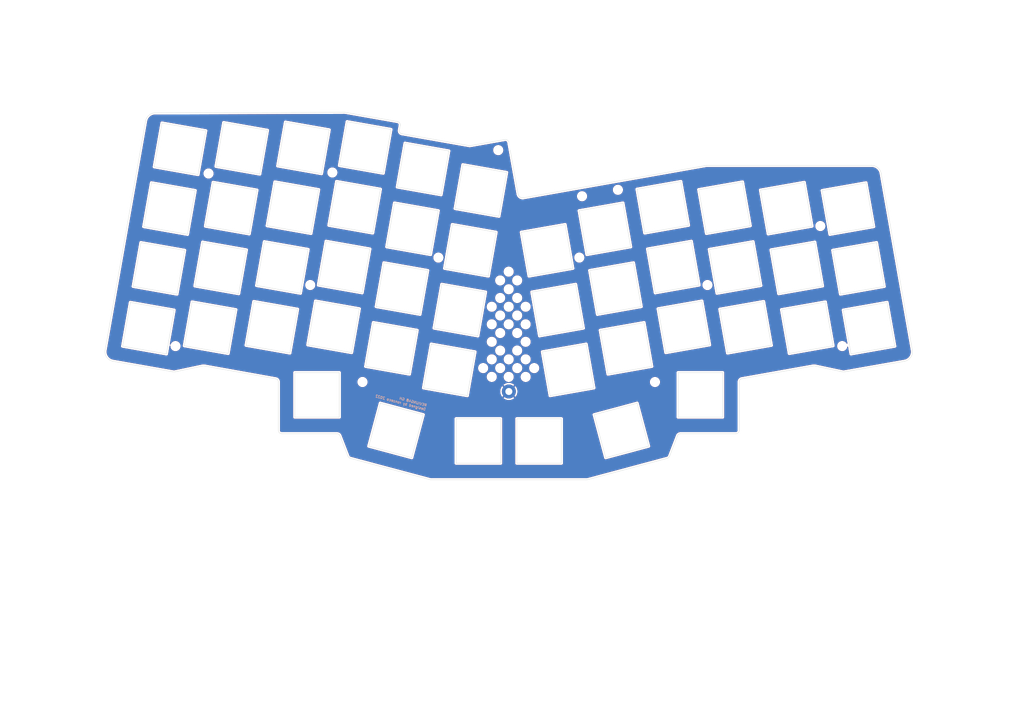
<source format=kicad_pcb>
(kicad_pcb (version 20211014) (generator pcbnew)
  (title_block (title "REVIUNG41 TOP PLATE") (date "2021-06-24") (rev "1.4"))
  (layers (0 "F.Cu" signal) (31 "B.Cu" signal) (34 "B.Paste" user) (35 "F.Paste" user) (36 "B.SilkS" user "B.Silkscreen") (37 "F.SilkS" user "F.Silkscreen") (38 "B.Mask" user) (39 "F.Mask" user) (44 "Edge.Cuts" user))
  (net 0 "")
  (net 1 "GND")
  (footprint "MountingHole:MountingHole_2.2mm_M2_Pad" (layer "F.Cu") (at 144.905629 118.30369)
    (fp_text reference "H1" hide)
    (fp_text value "MountingHole_Pad" hide)
    (pad "1" thru_hole circle locked (at 0 0) (size 4.4 4.4) (drill 2.2) (layers *.Cu *.Mask) (net 1 "GND"))
  )
  (footprint "MountingHole:MountingHole_2.2mm_M2" (layer "F.Cu") (at 50.67528 49.903573)
    (fp_text reference "H11" hide)
    (fp_text value "MountingHole_2.2mm_M2" hide)
    (pad "" np_thru_hole circle locked (at 0 0) (size 2.2 2.2) (drill 2.2) (layers *.Cu *.Mask))
  )
  (footprint "MountingHole:MountingHole_2.2mm_M2" (layer "F.Cu") (at 40.305629 104.05369)
    (fp_text reference "H2" hide)
    (fp_text value "MountingHole_2.2mm_M2" hide)
    (pad "" np_thru_hole circle locked (at 0 0) (size 2.2 2.2) (drill 2.2) (layers *.Cu *.Mask))
  )
  (footprint "MountingHole:MountingHole_2.2mm_M2" (layer "F.Cu") (at 82.58563 84.89369)
    (fp_text reference "H3" hide)
    (fp_text value "MountingHole_2.2mm_M2" hide)
    (pad "" np_thru_hole circle locked (at 0 0) (size 2.2 2.2) (drill 2.2) (layers *.Cu *.Mask))
  )
  (footprint "MountingHole:MountingHole_2.2mm_M2" (layer "F.Cu") (at 122.795629 76.293689)
    (fp_text reference "H4" hide)
    (fp_text value "MountingHole_2.2mm_M2" hide)
    (pad "" np_thru_hole circle locked (at 0 0) (size 2.2 2.2) (drill 2.2) (layers *.Cu *.Mask))
  )
  (footprint "MountingHole:MountingHole_2.2mm_M2" (layer "F.Cu") (at 98.985629 115.32369)
    (fp_text reference "H5" hide)
    (fp_text value "MountingHole_2.2mm_M2" hide)
    (pad "" np_thru_hole circle locked (at 0 0) (size 2.2 2.2) (drill 2.2) (layers *.Cu *.Mask))
  )
  (footprint "MountingHole:MountingHole_2.2mm_M2" (layer "F.Cu") (at 167.015629 76.28369)
    (fp_text reference "H6" hide)
    (fp_text value "MountingHole_2.2mm_M2" hide)
    (pad "" np_thru_hole circle locked (at 0 0) (size 2.2 2.2) (drill 2.2) (layers *.Cu *.Mask))
  )
  (footprint "MountingHole:MountingHole_2.2mm_M2" (layer "F.Cu") (at 190.755629 115.33369)
    (fp_text reference "H7" hide)
    (fp_text value "MountingHole_2.2mm_M2" hide)
    (pad "" np_thru_hole circle locked (at 0 0) (size 2.2 2.2) (drill 2.2) (layers *.Cu *.Mask))
  )
  (footprint "MountingHole:MountingHole_2.2mm_M2" (layer "F.Cu") (at 207.225629 84.893689)
    (fp_text reference "H8" hide)
    (fp_text value "MountingHole_2.2mm_M2" hide)
    (pad "" np_thru_hole circle locked (at 0 0) (size 2.2 2.2) (drill 2.2) (layers *.Cu *.Mask))
  )
  (footprint "MountingHole:MountingHole_2.2mm_M2" (layer "F.Cu") (at 242.645629 66.383689)
    (fp_text reference "H9" hide)
    (fp_text value "MountingHole_2.2mm_M2" hide)
    (pad "" np_thru_hole circle locked (at 0 0) (size 2.2 2.2) (drill 2.2) (layers *.Cu *.Mask))
  )
  (footprint "MountingHole:MountingHole_2.2mm_M2" (layer "F.Cu") (at 249.505629 104.05369)
    (fp_text reference "H10" hide)
    (fp_text value "MountingHole_2.2mm_M2" hide)
    (pad "" np_thru_hole circle locked (at 0 0) (size 2.2 2.2) (drill 2.2) (layers *.Cu *.Mask))
  )
  (footprint "_reviung-kbd:HOLE_2.2mm" (layer "F.Cu") (at 144.855629 80.70369)
    (fp_text reference "Ref**")
    (fp_text value "Val**")
    (pad "" np_thru_hole circle locked (at 0 0) (size 2.2 2.2) (drill 2.2) (layers *.Cu *.Mask))
  )
  (footprint "_reviung-kbd:HOLE_2.2mm" (layer "F.Cu") (at 142.185629 83.45369)
    (fp_text reference "Ref**")
    (fp_text value "Val**")
    (pad "" np_thru_hole circle locked (at 0 0) (size 2.2 2.2) (drill 2.2) (layers *.Cu *.Mask))
  )
  (footprint "_reviung-kbd:HOLE_2.2mm" (layer "F.Cu") (at 147.52563 83.453689)
    (fp_text reference "Ref**")
    (fp_text value "Val**")
    (pad "" np_thru_hole circle locked (at 0 0) (size 2.2 2.2) (drill 2.2) (layers *.Cu *.Mask))
  )
  (footprint "_reviung-kbd:HOLE_2.2mm" (layer "F.Cu") (at 144.865629 86.21369)
    (fp_text reference "Ref**")
    (fp_text value "Val**")
    (pad "" np_thru_hole circle locked (at 0 0) (size 2.2 2.2) (drill 2.2) (layers *.Cu *.Mask))
  )
  (footprint "_reviung-kbd:HOLE_2.2mm" (layer "F.Cu") (at 142.185629 88.953689)
    (fp_text reference "Ref**")
    (fp_text value "Val**")
    (pad "" np_thru_hole circle locked (at 0 0) (size 2.2 2.2) (drill 2.2) (layers *.Cu *.Mask))
  )
  (footprint "_reviung-kbd:HOLE_2.2mm" (layer "F.Cu") (at 147.525629 88.95369)
    (fp_text reference "Ref**")
    (fp_text value "Val**")
    (pad "" np_thru_hole circle locked (at 0 0) (size 2.2 2.2) (drill 2.2) (layers *.Cu *.Mask))
  )
  (footprint "_reviung-kbd:HOLE_2.2mm" (layer "F.Cu") (at 139.545629 91.71369)
    (fp_text reference "Ref**")
    (fp_text value "Val**")
    (pad "" np_thru_hole circle locked (at 0 0) (size 2.2 2.2) (drill 2.2) (layers *.Cu *.Mask))
  )
  (footprint "_reviung-kbd:HOLE_2.2mm" (layer "F.Cu") (at 144.865629 91.71369)
    (fp_text reference "Ref**")
    (fp_text value "Val**")
    (pad "" np_thru_hole circle locked (at 0 0) (size 2.2 2.2) (drill 2.2) (layers *.Cu *.Mask))
  )
  (footprint "_reviung-kbd:HOLE_2.2mm" (layer "F.Cu") (at 150.175629 91.71369)
    (fp_text reference "Ref**")
    (fp_text value "Val**")
    (pad "" np_thru_hole circle locked (at 0 0) (size 2.2 2.2) (drill 2.2) (layers *.Cu *.Mask))
  )
  (footprint "_reviung-kbd:HOLE_2.2mm" (layer "F.Cu") (at 142.185629 94.45369)
    (fp_text reference "Ref**")
    (fp_text value "Val**")
    (pad "" np_thru_hole circle locked (at 0 0) (size 2.2 2.2) (drill 2.2) (layers *.Cu *.Mask))
  )
  (footprint "_reviung-kbd:HOLE_2.2mm" (layer "F.Cu") (at 147.525629 94.45369)
    (fp_text reference "Ref**")
    (fp_text value "Val**")
    (pad "" np_thru_hole circle locked (at 0 0) (size 2.2 2.2) (drill 2.2) (layers *.Cu *.Mask))
  )
  (footprint "_reviung-kbd:HOLE_2.2mm" (layer "F.Cu") (at 139.545629 97.21369)
    (fp_text reference "Ref**")
    (fp_text value "Val**")
    (pad "" np_thru_hole circle locked (at 0 0) (size 2.2 2.2) (drill 2.2) (layers *.Cu *.Mask))
  )
  (footprint "_reviung-kbd:HOLE_2.2mm" (layer "F.Cu") (at 144.855629 97.21369)
    (fp_text reference "Ref**")
    (fp_text value "Val**")
    (pad "" np_thru_hole circle locked (at 0 0) (size 2.2 2.2) (drill 2.2) (layers *.Cu *.Mask))
  )
  (footprint "_reviung-kbd:HOLE_2.2mm" (layer "F.Cu") (at 150.175629 97.213689)
    (fp_text reference "Ref**")
    (fp_text value "Val**")
    (pad "" np_thru_hole circle locked (at 0 0) (size 2.2 2.2) (drill 2.2) (layers *.Cu *.Mask))
  )
  (footprint "_reviung-kbd:HOLE_2.2mm" (layer "F.Cu") (at 142.195629 99.95369)
    (fp_text reference "Ref**")
    (fp_text value "Val**")
    (pad "" np_thru_hole circle locked (at 0 0) (size 2.2 2.2) (drill 2.2) (layers *.Cu *.Mask))
  )
  (footprint "_reviung-kbd:HOLE_2.2mm" (layer "F.Cu") (at 147.52563 99.95369)
    (fp_text reference "Ref**")
    (fp_text value "Val**")
    (pad "" np_thru_hole circle locked (at 0 0) (size 2.2 2.2) (drill 2.2) (layers *.Cu *.Mask))
  )
  (footprint "_reviung-kbd:HOLE_2.2mm" (layer "F.Cu") (at 139.545629 102.71369)
    (fp_text reference "Ref**")
    (fp_text value "Val**")
    (pad "" np_thru_hole circle locked (at 0 0) (size 2.2 2.2) (drill 2.2) (layers *.Cu *.Mask))
  )
  (footprint "_reviung-kbd:HOLE_2.2mm" (layer "F.Cu") (at 150.175629 102.71369)
    (fp_text reference "Ref**")
    (fp_text value "Val**")
    (pad "" np_thru_hole circle locked (at 0 0) (size 2.2 2.2) (drill 2.2) (layers *.Cu *.Mask))
  )
  (footprint "_reviung-kbd:HOLE_2.2mm" (layer "F.Cu") (at 142.18563 105.46369)
    (fp_text reference "Ref**")
    (fp_text value "Val**")
    (pad "" np_thru_hole circle locked (at 0 0) (size 2.2 2.2) (drill 2.2) (layers *.Cu *.Mask))
  )
  (footprint "_reviung-kbd:HOLE_2.2mm" (layer "F.Cu") (at 147.52563 105.45369)
    (fp_text reference "Ref**")
    (fp_text value "Val**")
    (pad "" np_thru_hole circle locked (at 0 0) (size 2.2 2.2) (drill 2.2) (layers *.Cu *.Mask))
  )
  (footprint "_reviung-kbd:HOLE_2.2mm" (layer "F.Cu") (at 139.545629 108.21369)
    (fp_text reference "Ref**")
    (fp_text value "Val**")
    (pad "" np_thru_hole circle locked (at 0 0) (size 2.2 2.2) (drill 2.2) (layers *.Cu *.Mask))
  )
  (footprint "_reviung-kbd:HOLE_2.2mm" (layer "F.Cu") (at 144.865629 108.21369)
    (fp_text reference "Ref**")
    (fp_text value "Val**")
    (pad "" np_thru_hole circle locked (at 0 0) (size 2.2 2.2) (drill 2.2) (layers *.Cu *.Mask))
  )
  (footprint "_reviung-kbd:HOLE_2.2mm" (layer "F.Cu") (at 150.185629 108.21369)
    (fp_text reference "Ref**")
    (fp_text value "Val**")
    (pad "" np_thru_hole circle locked (at 0 0) (size 2.2 2.2) (drill 2.2) (layers *.Cu *.Mask))
  )
  (footprint "_reviung-kbd:HOLE_2.2mm" (layer "F.Cu") (at 136.845629 110.96369)
    (fp_text reference "Ref**")
    (fp_text value "Val**")
    (pad "" np_thru_hole circle locked (at 0 0) (size 2.2 2.2) (drill 2.2) (layers *.Cu *.Mask))
  )
  (footprint "_reviung-kbd:HOLE_2.2mm" (layer "F.Cu") (at 142.185629 110.96369)
    (fp_text reference "Ref**")
    (fp_text value "Val**")
    (pad "" np_thru_hole circle locked (at 0 0) (size 2.2 2.2) (drill 2.2) (layers *.Cu *.Mask))
  )
  (footprint "_reviung-kbd:HOLE_2.2mm" (layer "F.Cu") (at 147.535629 110.96369)
    (fp_text reference "Ref**")
    (fp_text value "Val**")
    (pad "" np_thru_hole circle locked (at 0 0) (size 2.2 2.2) (drill 2.2) (layers *.Cu *.Mask))
  )
  (footprint "_reviung-kbd:HOLE_2.2mm" (layer "F.Cu") (at 152.855629 110.96369)
    (fp_text reference "Ref**")
    (fp_text value "Val**")
    (pad "" np_thru_hole circle locked (at 0 0) (size 2.2 2.2) (drill 2.2) (layers *.Cu *.Mask))
  )
  (footprint "_reviung-kbd:HOLE_2.2mm" (layer "F.Cu") (at 150.185629 113.72369)
    (fp_text reference "Ref**")
    (fp_text value "Val**")
    (pad "" np_thru_hole circle locked (at 0 0) (size 2.2 2.2) (drill 2.2) (layers *.Cu *.Mask))
  )
  (footprint "_reviung-kbd:HOLE_2.2mm" (layer "F.Cu") (at 144.855629 113.72369)
    (fp_text reference "Ref**")
    (fp_text value "Val**")
    (pad "" np_thru_hole circle locked (at 0 0) (size 2.2 2.2) (drill 2.2) (layers *.Cu *.Mask))
  )
  (footprint "_reviung-kbd:HOLE_2.2mm" (layer "F.Cu") (at 139.54563 113.713689)
    (fp_text reference "Ref**")
    (fp_text value "Val**")
    (pad "" np_thru_hole circle locked (at 0 0) (size 2.2 2.2) (drill 2.2) (layers *.Cu *.Mask))
  )
  (footprint "MountingHole:MountingHole_2.2mm_M2" (layer "F.Cu") (at 89.525576 49.587417)
    (fp_text reference "H4" hide)
    (fp_text value "MountingHole_2.2mm_M2" hide)
    (pad "" np_thru_hole circle locked (at 0 0) (size 2.2 2.2) (drill 2.2) (layers F&B.Cu *.Mask))
  )
  (footprint "_reviung-kbd:HOLE_2.2mm" (layer "B.Cu") (at 167.876449 57.031938 180)
    (fp_text reference "H13" hide)
    (fp_text value "H13" hide)
    (pad "" np_thru_hole circle locked (at 0 0 180) (size 2.2 2.2) (drill 2.2) (layers F&B.Cu *.Mask))
  )
  (footprint "_reviung-kbd:HOLE_2.2mm" (layer "B.Cu") (at 141.576449 42.571938 180)
    (fp_text reference "H14" hide)
    (fp_text value "H14" hide)
    (pad "" np_thru_hole circle locked (at 0 0 180) (size 2.2 2.2) (drill 2.2) (layers F&B.Cu *.Mask))
  )
  (footprint "_reviung-kbd:HOLE_2.2mm" (layer "B.Cu") (at 179.126449 55.021938 180)
    (fp_text reference "H12" hide)
    (fp_text value "H12" hide)
    (pad "" np_thru_hole circle locked (at 0 0 180) (size 2.2 2.2) (drill 2.2) (layers F&B.Cu *.Mask))
  )
  (footprint "_reviung-kbd:HOLE_2.2mm" (layer "B.Cu") (at 141.576449 42.571938 180)
    (fp_text reference "H14" hide)
    (fp_text value "H14" hide)
    (pad "" np_thru_hole circle locked (at 0 0 180) (size 2.2 2.2) (drill 2.2) (layers F&B.Cu *.Mask))
  )
  (gr_curve (pts (xy 175.277882 139.093691) (xy 175.277882 139.093691) (xy 171.654417 125.570722) (xy 171.654417 125.570722)) (layer "Edge.Cuts") (width 0.1))
  (gr_curve (pts (xy 104.632044 54.809904) (xy 104.632044 54.809904) (xy 102.200969 68.597219) (xy 102.200969 68.597219)) (layer "Edge.Cuts") (width 0.1))
  (gr_curve (pts (xy 69.045305 66.304982) (xy 69.045305 66.304982) (xy 71.47638 52.517666) (xy 71.47638 52.517666)) (layer "Edge.Cuts") (width 0.1))
  (gr_curve (pts (xy 126.092874 42.804136) (xy 126.092874 42.804136) (xy 123.661799 56.591451) (xy 123.661799 56.591451)) (layer "Edge.Cuts") (width 0.1))
  (gr_curve (pts (xy 197.814191 132.170706) (xy 197.963319 131.785675) (xy 198.333775 131.531879) (xy 198.746692 131.531879)) (layer "Edge.Cuts") (width 0.1))
  (gr_curve (pts (xy 82.83262 68.736055) (xy 82.83262 68.736055) (xy 69.045305 66.304982) (xy 69.045305 66.304982)) (layer "Edge.Cuts") (width 0.1))
  (gr_curve (pts (xy 224.867512 90.039881) (xy 224.867512 90.039881) (xy 227.298587 103.827195) (xy 227.298587 103.827195)) (layer "Edge.Cuts") (width 0.1))
  (gr_curve (pts (xy 207.930239 103.688359) (xy 207.930239 103.688359) (xy 194.142924 106.119433) (xy 194.142924 106.119433)) (layer "Edge.Cuts") (width 0.1))
  (gr_curve (pts (xy 72.598814 115.28061) (xy 72.598814 115.28061) (xy 72.598814 130.531875) (xy 72.598814 130.531875)) (layer "Edge.Cuts") (width 0.1))
  (gr_curve (pts (xy 187.346332 96.655864) (xy 187.346332 96.655864) (xy 189.777406 110.443178) (xy 189.777406 110.443178)) (layer "Edge.Cuts") (width 0.1))
  (gr_curve (pts (xy 102.381578 96.65483) (xy 102.381578 96.65483) (xy 116.168894 99.085905) (xy 116.168894 99.085905)) (layer "Edge.Cuts") (width 0.1))
  (gr_curve (pts (xy 162.577538 65.889502) (xy 162.577538 65.889502) (xy 165.008612 79.676817) (xy 165.008612 79.676817)) (layer "Edge.Cuts") (width 0.1))
  (gr_line (start 217.98 114.28) (end 240.36 110.29) (layer "Edge.Cuts") (width 0.1))
  (gr_curve (pts (xy 134.321704 105.840725) (xy 134.321704 105.840725) (xy 131.890629 119.628019) (xy 131.890629 119.628019)) (layer "Edge.Cuts") (width 0.1))
  (gr_curve (pts (xy 74.784377 33.757078) (xy 74.784377 33.757078) (xy 88.571693 36.188153) (xy 88.571693 36.188153)) (layer "Edge.Cuts") (width 0.1))
  (gr_curve (pts (xy 100.928652 135.471496) (xy 100.928652 135.471496) (xy 104.552117 121.948526) (xy 104.552117 121.948526)) (layer "Edge.Cuts") (width 0.1))
  (gr_line (start 111.341858 37.452191) (end 132.626239 41.2045) (layer "Edge.Cuts") (width 0.1))
  (gr_curve (pts (xy 183.161423 72.921998) (xy 183.161423 72.921998) (xy 169.374108 75.353072) (xy 169.374108 75.353072)) (layer "Edge.Cuts") (width 0.1))
  (gr_curve (pts (xy 36.04766 34.034753) (xy 36.04766 34.034753) (xy 49.834974 36.465828) (xy 49.834974 36.465828)) (layer "Edge.Cuts") (width 0.1))
  (gr_curve (pts (xy 79.524618 87.496625) (xy 79.524618 87.496625) (xy 65.737325 85.06555) (xy 65.737325 85.06555)) (layer "Edge.Cuts") (width 0.1))
  (gr_curve (pts (xy 18.242485 105.324908) (xy 17.953807 106.957388) (xy 19.0439 108.514528) (xy 20.676595 108.801914)) (layer "Edge.Cuts") (width 0.1))
  (gr_curve (pts (xy 104.552117 121.948526) (xy 104.552117 121.948526) (xy 118.075086 125.571993) (xy 118.075086 125.571993)) (layer "Edge.Cuts") (width 0.1))
  (gr_curve (pts (xy 271.490571 105.326544) (xy 271.490571 105.326544) (xy 261.709256 49.857837) (xy 261.709256 49.857837)) (layer "Edge.Cuts") (width 0.1))
  (gr_curve (pts (xy 202.191162 71.140453) (xy 202.191162 71.140453) (xy 204.622237 84.927768) (xy 204.622237 84.927768)) (layer "Edge.Cuts") (width 0.1))
  (gr_curve (pts (xy 60.15627 87.635463) (xy 60.15627 87.635463) (xy 46.368955 85.204387) (xy 46.368955 85.204387)) (layer "Edge.Cuts") (width 0.1))
  (gr_curve (pts (xy 39.484707 112.112392) (xy 39.736328 112.156683) (xy 39.994107 112.152355) (xy 40.244092 112.099644)) (layer "Edge.Cuts") (width 0.1))
  (gr_curve (pts (xy 184.038351 77.895273) (xy 184.038351 77.895273) (xy 186.469426 91.682588) (xy 186.469426 91.682588)) (layer "Edge.Cuts") (width 0.1))
  (gr_curve (pts (xy 105.508967 49.836631) (xy 105.508967 49.836631) (xy 91.721673 47.405556) (xy 91.721673 47.405556)) (layer "Edge.Cuts") (width 0.1))
  (gr_curve (pts (xy 138.506612 82.106838) (xy 138.506612 82.106838) (xy 124.719297 79.675763) (xy 124.719297 79.675763)) (layer "Edge.Cuts") (width 0.1))
  (gr_curve (pts (xy 217.166647 130.531875) (xy 217.166647 130.531875) (xy 217.166647 115.271459) (xy 217.166647 115.271459)) (layer "Edge.Cuts") (width 0.1))
  (gr_curve (pts (xy 77.723631 112.363689) (xy 77.723631 112.363689) (xy 91.723637 112.36369) (xy 91.723637 112.36369)) (layer "Edge.Cuts") (width 0.1))
  (gr_curve (pts (xy 169.374108 75.353072) (xy 169.374108 75.353072) (xy 166.943033 61.565757) (xy 166.943033 61.565757)) (layer "Edge.Cuts") (width 0.1))
  (gr_curve (pts (xy 248.94001 87.775355) (xy 248.94001 87.775355) (xy 246.508935 73.98804) (xy 246.508935 73.98804)) (layer "Edge.Cuts") (width 0.1))
  (gr_curve (pts (xy 249.505307 112.098913) (xy 249.756109 112.152097) (xy 250.014772 112.156576) (xy 250.267254 112.112112)) (layer "Edge.Cuts") (width 0.1))
  (gr_curve (pts (xy 190.834921 87.358843) (xy 190.834921 87.358843) (xy 188.403847 73.571528) (xy 188.403847 73.571528)) (layer "Edge.Cuts") (width 0.1))
  (gr_curve (pts (xy 23.692604 104.103816) (xy 23.692604 104.103816) (xy 26.123679 90.316522) (xy 26.123679 90.316522)) (layer "Edge.Cuts") (width 0.1))
  (gr_curve (pts (xy 165.008612 79.676817) (xy 165.008612 79.676817) (xy 151.221297 82.107893) (xy 151.221297 82.107893)) (layer "Edge.Cuts") (width 0.1))
  (gr_curve (pts (xy 71.775005 114.29626) (xy 72.251742 114.38159) (xy 72.598814 114.796294) (xy 72.598814 115.28061)) (layer "Edge.Cuts") (width 0.1))
  (gr_line (start 93.454805 30.704166) (end 33.909318 30.911795) (layer "Edge.Cuts") (width 0.1))
  (gr_curve (pts (xy 220.682604 66.306015) (xy 220.682604 66.306015) (xy 206.895289 68.737089) (xy 206.895289 68.737089)) (layer "Edge.Cuts") (width 0.1))
  (gr_curve (pts (xy 120.306883 145.979619) (xy 120.306883 145.979619) (xy 169.493545 145.979618) (xy 169.493545 145.979618)) (layer "Edge.Cuts") (width 0.1))
  (gr_curve (pts (xy 44.095902 69.013709) (xy 44.095902 69.013709) (xy 30.308587 66.582634) (xy 30.308587 66.582634)) (layer "Edge.Cuts") (width 0.1))
  (gr_curve (pts (xy 116.168894 99.085905) (xy 116.168894 99.085905) (xy 113.737819 112.873199) (xy 113.737819 112.873199)) (layer "Edge.Cuts") (width 0.1))
  (gr_curve (pts (xy 245.632007 69.014763) (xy 245.632007 69.014763) (xy 243.200933 55.227448) (xy 243.200933 55.227448)) (layer "Edge.Cuts") (width 0.1))
  (gr_curve (pts (xy 69.203323 36.32699) (xy 69.203323 36.32699) (xy 66.772249 50.114285) (xy 66.772249 50.114285)) (layer "Edge.Cuts") (width 0.1))
  (gr_curve (pts (xy 40.244092 112.099644) (xy 40.244092 112.099644) (xy 48.705183 110.315344) (xy 48.705183 110.315344)) (layer "Edge.Cuts") (width 0.1))
  (gr_curve (pts (xy 39.910994 92.747596) (xy 39.910994 92.747596) (xy 37.47992 106.53489) (xy 37.47992 106.53489)) (layer "Edge.Cuts") (width 0.1))
  (gr_curve (pts (xy 91.933228 132.169975) (xy 91.933228 132.169975) (xy 94.446534 138.644106) (xy 94.446534 138.644106)) (layer "Edge.Cuts") (width 0.1))
  (gr_curve (pts (xy 213.511272 106.258271) (xy 213.511272 106.258271) (xy 211.080198 92.470955) (xy 211.080198 92.470955)) (layer "Edge.Cuts") (width 0.1))
  (gr_curve (pts (xy 91.723637 112.36369) (xy 91.723637 112.36369) (xy 91.723637 126.363676) (xy 91.723637 126.363676)) (layer "Edge.Cuts") (width 0.1))
  (gr_curve (pts (xy 120.534389 103.40965) (xy 120.534389 103.40965) (xy 134.321704 105.840725) (xy 134.321704 105.840725)) (layer "Edge.Cuts") (width 0.1))
  (gr_curve (pts (xy 86.140617 49.975468) (xy 86.140617 49.975468) (xy 72.353303 47.544394) (xy 72.353303 47.544394)) (layer "Edge.Cuts") (width 0.1))
  (gr_curve (pts (xy 49.470273 110.303609) (xy 49.470273 110.303609) (xy 71.775005 114.29626) (xy 71.775005 114.29626)) (layer "Edge.Cuts") (width 0.1))
  (gr_curve (pts (xy 223.990606 85.066606) (xy 223.990606 85.066606) (xy 210.203292 87.49768) (xy 210.203292 87.49768)) (layer "Edge.Cuts") (width 0.1))
  (gr_curve (pts (xy 154.529278 100.868483) (xy 154.529278 100.868483) (xy 152.098226 87.081168) (xy 152.098226 87.081168)) (layer "Edge.Cuts") (width 0.1))
  (gr_line (start 132.626239 41.2045) (end 143.698292 39.25) (layer "Edge.Cuts") (width 0.1))
  (gr_curve (pts (xy 118.103336 117.196944) (xy 118.103336 117.196944) (xy 120.534389 103.40965) (xy 120.534389 103.40965)) (layer "Edge.Cuts") (width 0.1))
  (gr_curve (pts (xy 88.413675 66.166144) (xy 88.413675 66.166144) (xy 90.84475 52.378829) (xy 90.84475 52.378829)) (layer "Edge.Cuts") (width 0.1))
  (gr_curve (pts (xy 175.990091 112.874254) (xy 175.990091 112.874254) (xy 173.559016 99.086938) (xy 173.559016 99.086938)) (layer "Edge.Cuts") (width 0.1))
  (gr_curve (pts (xy 206.895289 68.737089) (xy 206.895289 68.737089) (xy 204.464214 54.949774) (xy 204.464214 54.949774)) (layer "Edge.Cuts") (width 0.1))
  (gr_curve (pts (xy 62.429322 103.826141) (xy 62.429322 103.826141) (xy 64.860397 90.038847) (xy 64.860397 90.038847)) (layer "Edge.Cuts") (width 0.1))
  (gr_curve (pts (xy 240.92788 71.418128) (xy 240.92788 71.418128) (xy 243.358955 85.205443) (xy 243.358955 85.205443)) (layer "Edge.Cuts") (width 0.1))
  (gr_curve (pts (xy 161.395698 126.824069) (xy 161.395698 126.824069) (xy 161.395698 140.824054) (xy 161.395698 140.824054)) (layer "Edge.Cuts") (width 0.1))
  (gr_curve (pts (xy 188.800851 135.470226) (xy 188.800851 135.470226) (xy 175.277882 139.093691) (xy 175.277882 139.093691)) (layer "Edge.Cuts") (width 0.1))
  (gr_curve (pts (xy 66.772249 50.114285) (xy 66.772249 50.114285) (xy 52.984955 47.683209) (xy 52.984955 47.683209)) (layer "Edge.Cuts") (width 0.1))
  (gr_curve (pts (xy 103.258506 91.681532) (xy 103.258506 91.681532) (xy 105.68958 77.89424) (xy 105.68958 77.89424)) (layer "Edge.Cuts") (width 0.1))
  (gr_curve (pts (xy 40.787922 87.7743) (xy 40.787922 87.7743) (xy 27.000606 85.343225) (xy 27.000606 85.343225)) (layer "Edge.Cuts") (width 0.1))
  (gr_curve (pts (xy 84.228767 89.90001) (xy 84.228767 89.90001) (xy 98.016061 92.331085) (xy 98.016061 92.331085)) (layer "Edge.Cuts") (width 0.1))
  (gr_curve (pts (xy 91.721673 47.405556) (xy 91.721673 47.405556) (xy 94.152748 33.618241) (xy 94.152748 33.618241)) (layer "Edge.Cuts") (width 0.1))
  (gr_curve (pts (xy 85.105674 84.926735) (xy 85.105674 84.926735) (xy 87.536748 71.139419) (xy 87.536748 71.139419)) (layer "Edge.Cuts") (width 0.1))
  (gr_curve (pts (xy 45.492049 90.177685) (xy 45.492049 90.177685) (xy 59.279342 92.608759) (xy 59.279342 92.608759)) (layer "Edge.Cuts") (width 0.1))
  (gr_curve (pts (xy 117.045799 94.112607) (xy 117.045799 94.112607) (xy 103.258506 91.681532) (xy 103.258506 91.681532)) (layer "Edge.Cuts") (width 0.1))
  (gr_curve (pts (xy 218.251529 52.5187) (xy 218.251529 52.5187) (xy 220.682604 66.306015) (xy 220.682604 66.306015)) (layer "Edge.Cuts") (width 0.1))
  (gr_curve (pts (xy 232.879642 106.397108) (xy 232.879642 106.397108) (xy 230.448567 92.609793) (xy 230.448567 92.609793)) (layer "Edge.Cuts") (width 0.1))
  (gr_curve (pts (xy 210.203292 87.49768) (xy 210.203292 87.49768) (xy 207.772217 73.710365) (xy 207.772217 73.710365)) (layer "Edge.Cuts") (width 0.1))
  (gr_curve (pts (xy 48.800029 71.417094) (xy 48.800029 71.417094) (xy 62.587345 73.848169) (xy 62.587345 73.848169)) (layer "Edge.Cuts") (width 0.1))
  (gr_curve (pts (xy 109.874483 54.160376) (xy 109.874483 54.160376) (xy 112.305559 40.373061) (xy 112.305559 40.373061)) (layer "Edge.Cuts") (width 0.1))
  (gr_curve (pts (xy 112.305559 40.373061) (xy 112.305559 40.373061) (xy 126.092874 42.804136) (xy 126.092874 42.804136)) (layer "Edge.Cuts") (width 0.1))
  (gr_curve (pts (xy 63.464251 68.874872) (xy 63.464251 68.874872) (xy 49.676957 66.443796) (xy 49.676957 66.443796)) (layer "Edge.Cuts") (width 0.1))
  (gr_curve (pts (xy 142.345698 126.824068) (xy 142.345698 126.824068) (xy 142.345698 140.824055) (xy 142.345698 140.824055)) (layer "Edge.Cuts") (width 0.1))
  (gr_curve (pts (xy 119.476874 80.325314) (xy 119.476874 80.325314) (xy 117.045799 94.112607) (xy 117.045799 94.112607)) (layer "Edge.Cuts") (width 0.1))
  (gr_curve (pts (xy 91.001007 131.531878) (xy 91.413643 131.531879) (xy 91.783904 131.78533) (xy 91.933228 132.169975)) (layer "Edge.Cuts") (width 0.1))
  (gr_curve (pts (xy 30.308587 66.582634) (xy 30.308587 66.582634) (xy 32.739662 52.795341) (xy 32.739662 52.795341)) (layer "Edge.Cuts") (width 0.1))
  (gr_curve (pts (xy 64.860397 90.038847) (xy 64.860397 90.038847) (xy 78.647712 92.469921) (xy 78.647712 92.469921)) (layer "Edge.Cuts") (width 0.1))
  (gr_line (start 110.798063 34.777728) (end 110.53066 36.29368) (layer "Edge.Cuts") (width 0.1))
  (gr_curve (pts (xy 148.790222 68.320578) (xy 148.790222 68.320578) (xy 162.577538 65.889502) (xy 162.577538 65.889502)) (layer "Edge.Cuts") (width 0.1))
  (gr_curve (pts (xy 171.654417 125.570722) (xy 171.654417 125.570722) (xy 185.177386 121.947257) (xy 185.177386 121.947257)) (layer "Edge.Cuts") (width 0.1))
  (gr_arc (start 111.341858 37.452191) (mid 110.696324 37.04094) (end 110.53066 36.29368) (layer "Edge.Cuts") (width 0.1))
  (gr_curve (pts (xy 46.526977 55.226416) (xy 46.526977 55.226416) (xy 44.095902 69.013709) (xy 44.095902 69.013709)) (layer "Edge.Cuts") (width 0.1))
  (gr_curve (pts (xy 62.587345 73.848169) (xy 62.587345 73.848169) (xy 60.15627 87.635463) (xy 60.15627 87.635463)) (layer "Edge.Cuts") (width 0.1))
  (gr_curve (pts (xy 227.298587 103.827195) (xy 227.298587 103.827195) (xy 213.511272 106.258271) (xy 213.511272 106.258271)) (layer "Edge.Cuts") (width 0.1))
  (gr_curve (pts (xy 155.406205 105.841759) (xy 155.406205 105.841759) (xy 169.193521 103.410684) (xy 169.193521 103.410684)) (layer "Edge.Cuts") (width 0.1))
  (gr_curve (pts (xy 81.955693 73.709332) (xy 81.955693 73.709332) (xy 79.524618 87.496625) (xy 79.524618 87.496625)) (layer "Edge.Cuts") (width 0.1))
  (gr_curve (pts (xy 198.746692 131.531879) (xy 198.746692 131.531879) (xy 216.166665 131.531879) (xy 216.166665 131.531879)) (layer "Edge.Cuts") (width 0.1))
  (gr_curve (pts (xy 201.314256 66.167177) (xy 201.314256 66.167177) (xy 187.526941 68.598252) (xy 187.526941 68.598252)) (layer "Edge.Cuts") (width 0.1))
  (gr_curve (pts (xy 107.940042 36.049316) (xy 107.940042 36.049316) (xy 105.508967 49.836631) (xy 105.508967 49.836631)) (layer "Edge.Cuts") (width 0.1))
  (gr_curve (pts (xy 259.419322 66.58369) (xy 259.419322 66.58369) (xy 245.632007 69.014763) (xy 245.632007 69.014763)) (layer "Edge.Cuts") (width 0.1))
  (gr_curve (pts (xy 91.723637 126.363676) (xy 91.723637 126.363676) (xy 77.72363 126.363676) (xy 77.72363 126.363676)) (layer "Edge.Cuts") (width 0.1))
  (gr_curve (pts (xy 33.616585 47.822047) (xy 33.616585 47.822047) (xy 36.04766 34.034753) (xy 36.04766 34.034753)) (layer "Edge.Cuts") (width 0.1))
  (gr_curve (pts (xy 147.395691 140.824055) (xy 147.395691 140.824055) (xy 147.395691 126.824068) (xy 147.395691 126.824068)) (layer "Edge.Cuts") (width 0.1))
  (gr_curve (pts (xy 65.895325 55.087578) (xy 65.895325 55.087578) (xy 63.464251 68.874872) (xy 63.464251 68.874872)) (layer "Edge.Cuts") (width 0.1))
  (gr_curve (pts (xy 227.140565 73.849202) (xy 227.140565 73.849202) (xy 240.92788 71.418128) (xy 240.92788 71.418128)) (layer "Edge.Cuts") (width 0.1))
  (gr_curve (pts (xy 229.57164 87.636518) (xy 229.57164 87.636518) (xy 227.140565 73.849202) (xy 227.140565 73.849202)) (layer "Edge.Cuts") (width 0.1))
  (gr_curve (pts (xy 143.698292 39.25) (xy 144.240981 39.154959) (xy 144.758305 39.51678) (xy 144.855198 40.059146)) (layer "Edge.Cuts") (width 0.1))
  (gr_curve (pts (xy 46.368955 85.204387) (xy 46.368955 85.204387) (xy 48.800029 71.417094) (xy 48.800029 71.417094)) (layer "Edge.Cuts") (width 0.1))
  (gr_curve (pts (xy 152.098226 87.081168) (xy 152.098226 87.081168) (xy 165.885518 84.650094) (xy 165.885518 84.650094)) (layer "Edge.Cuts") (width 0.1))
  (gr_curve (pts (xy 26.123679 90.316522) (xy 26.123679 90.316522) (xy 39.910994 92.747596) (xy 39.910994 92.747596)) (layer "Edge.Cuts") (width 0.1))
  (gr_curve (pts (xy 256.988248 52.796375) (xy 256.988248 52.796375) (xy 259.419322 66.58369) (xy 259.419322 66.58369)) (layer "Edge.Cuts") (width 0.1))
  (gr_curve (pts (xy 56.848268 106.396053) (xy 56.848268 106.396053) (xy 43.060974 103.964978) (xy 43.060974 103.964978)) (layer "Edge.Cuts") (width 0.1))
  (gr_curve (pts (xy 108.997561 59.133649) (xy 108.997561 59.133649) (xy 122.784876 61.564724) (xy 122.784876 61.564724)) (layer "Edge.Cuts") (width 0.1))
  (gr_curve (pts (xy 262.727303 85.344279) (xy 262.727303 85.344279) (xy 248.94001 87.775355) (xy 248.94001 87.775355)) (layer "Edge.Cuts") (width 0.1))
  (gr_curve (pts (xy 252.247991 106.535924) (xy 252.247991 106.535924) (xy 249.816916 92.74863) (xy 249.816916 92.74863)) (layer "Edge.Cuts") (width 0.1))
  (gr_curve (pts (xy 94.446534 138.644106) (xy 94.561965 138.941482) (xy 94.812359 139.16593) (xy 95.120544 139.248311)) (layer "Edge.Cuts") (width 0.1))
  (gr_curve (pts (xy 72.598814 130.531875) (xy 72.598814 131.084166) (xy 73.046525 131.531878) (xy 73.598817 131.531879)) (layer "Edge.Cuts") (width 0.1))
  (gr_curve (pts (xy 269.056633 108.802022) (xy 270.688553 108.514528) (xy 271.778323 106.9584) (xy 271.490571 105.326544)) (layer "Edge.Cuts") (width 0.1))
  (gr_curve (pts (xy 123.661799 56.591451) (xy 123.661799 56.591451) (xy 109.874483 54.160376) (xy 109.874483 54.160376)) (layer "Edge.Cuts") (width 0.1))
  (gr_curve (pts (xy 128.027295 60.915175) (xy 128.027295 60.915175) (xy 130.45837 47.127882) (xy 130.45837 47.127882)) (layer "Edge.Cuts") (width 0.1))
  (gr_curve (pts (xy 205.499164 89.901043) (xy 205.499164 89.901043) (xy 207.930239 103.688359) (xy 207.930239 103.688359)) (layer "Edge.Cuts") (width 0.1))
  (gr_curve (pts (xy 32.739662 52.795341) (xy 32.739662 52.795341) (xy 46.526977 55.226416) (xy 46.526977 55.226416)) (layer "Edge.Cuts") (width 0.1))
  (gr_curve (pts (xy 157.83728 119.629052) (xy 157.83728 119.629052) (xy 155.406205 105.841759) (xy 155.406205 105.841759)) (layer "Edge.Cuts") (width 0.1))
  (gr_curve (pts (xy 142.345698 140.824055) (xy 142.345698 140.824055) (xy 128.345691 140.824055) (xy 128.345691 140.824055)) (layer "Edge.Cuts") (width 0.1))
  (gr_curve (pts (xy 120.353801 75.352039) (xy 120.353801 75.352039) (xy 106.566486 72.920964) (xy 106.566486 72.920964)) (layer "Edge.Cuts") (width 0.1))
  (gr_curve (pts (xy 77.72363 126.363676) (xy 77.72363 126.363676) (xy 77.723631 112.363689) (xy 77.723631 112.363689)) (layer "Edge.Cuts") (width 0.1))
  (gr_curve (pts (xy 85.263695 54.948741) (xy 85.263695 54.948741) (xy 82.83262 68.736055) (xy 82.83262 68.736055)) (layer "Edge.Cuts") (width 0.1))
  (gr_curve (pts (xy 260.296228 71.556964) (xy 260.296228 71.556964) (xy 262.727303 85.344279) (xy 262.727303 85.344279)) (layer "Edge.Cuts") (width 0.1))
  (gr_curve (pts (xy 194.633311 139.24859) (xy 194.941561 139.166037) (xy 195.191912 138.941353) (xy 195.307172 138.643761)) (layer "Edge.Cuts") (width 0.1))
  (gr_curve (pts (xy 141.81461 63.34625) (xy 141.81461 63.34625) (xy 128.027295 60.915175) (xy 128.027295 60.915175)) (layer "Edge.Cuts") (width 0.1))
  (gr_curve (pts (xy 101.324063 73.570494) (xy 101.324063 73.570494) (xy 98.892988 87.357809) (xy 98.892988 87.357809)) (layer "Edge.Cuts") (width 0.1))
  (gr_curve (pts (xy 128.345691 126.824069) (xy 128.345691 126.824069) (xy 142.345698 126.824068) (xy 142.345698 126.824068)) (layer "Edge.Cuts") (width 0.1))
  (gr_curve (pts (xy 249.816916 92.74863) (xy 249.816916 92.74863) (xy 263.604231 90.317555) (xy 263.604231 90.317555)) (layer "Edge.Cuts") (width 0.1))
  (gr_curve (pts (xy 140.937683 68.319544) (xy 140.937683 68.319544) (xy 138.506612 82.106838) (xy 138.506612 82.106838)) (layer "Edge.Cuts") (width 0.1))
  (gr_curve (pts (xy 94.152748 33.618241) (xy 94.152748 33.618241) (xy 107.940042 36.049316) (xy 107.940042 36.049316)) (layer "Edge.Cuts") (width 0.1))
  (gr_curve (pts (xy 72.353303 47.544394) (xy 72.353303 47.544394) (xy 74.784377 33.757078) (xy 74.784377 33.757078)) (layer "Edge.Cuts") (width 0.1))
  (gr_curve (pts (xy 95.120544 139.248311) (xy 95.120544 139.248311) (xy 120.306883 145.979619) (xy 120.306883 145.979619)) (layer "Edge.Cuts") (width 0.1))
  (gr_curve (pts (xy 43.218996 73.987005) (xy 43.218996 73.987005) (xy 40.787922 87.7743) (xy 40.787922 87.7743)) (layer "Edge.Cuts") (width 0.1))
  (gr_curve (pts (xy 241.088185 110.313705) (xy 241.088185 110.313705) (xy 249.505305 112.098939) (xy 249.505305 112.098939)) (layer "Edge.Cuts") (width 0.1))
  (gr_curve (pts (xy 29.431681 71.555932) (xy 29.431681 71.555932) (xy 43.218996 73.987005) (xy 43.218996 73.987005)) (layer "Edge.Cuts") (width 0.1))
  (gr_curve (pts (xy 169.193521 103.410684) (xy 169.193521 103.410684) (xy 171.624595 117.197999) (xy 171.624595 117.197999)) (layer "Edge.Cuts") (width 0.1))
  (gr_curve (pts (xy 137.629707 87.080135) (xy 137.629707 87.080135) (xy 135.198632 100.867428) (xy 135.198632 100.867428)) (layer "Edge.Cuts") (width 0.1))
  (gr_curve (pts (xy 198.005629 112.36369) (xy 198.005629 112.36369) (xy 212.005636 112.36369) (xy 212.005636 112.36369)) (layer "Edge.Cuts") (width 0.1))
  (gr_curve (pts (xy 263.604231 90.317555) (xy 263.604231 90.317555) (xy 266.035306 104.104849) (xy 266.035306 104.104849)) (layer "Edge.Cuts") (width 0.1))
  (gr_curve (pts (xy 212.005636 126.363676) (xy 212.005636 126.363676) (xy 198.005629 126.363676) (xy 198.005629 126.363676)) (layer "Edge.Cuts") (width 0.1))
  (gr_curve (pts (xy 266.035306 104.104849) (xy 266.035306 104.104849) (xy 252.247991 106.535924) (xy 252.247991 106.535924)) (layer "Edge.Cuts") (width 0.1))
  (gr_curve (pts (xy 30.954899 33.390808) (xy 31.207728 31.957061) (xy 32.453455 30.911792) (xy 33.909318 30.911795)) (layer "Edge.Cuts") (width 0.1))
  (gr_curve (pts (xy 65.737325 85.06555) (xy 65.737325 85.06555) (xy 68.1684 71.278257) (xy 68.1684 71.278257)) (layer "Edge.Cuts") (width 0.1))
  (gr_curve (pts (xy 76.216638 106.257216) (xy 76.216638 106.257216) (xy 62.429322 103.826141) (xy 62.429322 103.826141)) (layer "Edge.Cuts") (width 0.1))
  (gr_curve (pts (xy 230.448567 92.609793) (xy 230.448567 92.609793) (xy 244.235861 90.178718) (xy 244.235861 90.178718)) (layer "Edge.Cuts") (width 0.1))
  (gr_curve (pts (xy 189.777406 110.443178) (xy 189.777406 110.443178) (xy 175.990091 112.874254) (xy 175.990091 112.874254)) (layer "Edge.Cuts") (width 0.1))
  (gr_curve (pts (xy 113.737819 112.873199) (xy 113.737819 112.873199) (xy 99.950503 110.442123) (xy 99.950503 110.442123)) (layer "Edge.Cuts") (width 0.1))
  (gr_curve (pts (xy 81.797692 103.687304) (xy 81.797692 103.687304) (xy 84.228767 89.90001) (xy 84.228767 89.90001)) (layer "Edge.Cuts") (width 0.1))
  (gr_curve (pts (xy 185.095866 54.810937) (xy 185.095866 54.810937) (xy 198.883182 52.379863) (xy 198.883182 52.379863)) (layer "Edge.Cuts") (width 0.1))
  (gr_curve (pts (xy 237.619878 52.657537) (xy 237.619878 52.657537) (xy 240.050953 66.444852) (xy 240.050953 66.444852)) (layer "Edge.Cuts") (width 0.1))
  (gr_curve (pts (xy 30.954899 33.390808) (xy 28.051589 49.856291) (xy 18.242478 105.324922) (xy 18.242478 105.324922)) (layer "Edge.Cuts") (width 0.1))
  (gr_curve (pts (xy 59.279342 92.608759) (xy 59.279342 92.608759) (xy 56.848268 106.396053) (xy 56.848268 106.396053)) (layer "Edge.Cuts") (width 0.1))
  (gr_curve (pts (xy 147.769878 56.318555) (xy 147.91539 57.13304) (xy 148.692948 57.675901) (xy 149.507713 57.53181)) (layer "Edge.Cuts") (width 0.1))
  (gr_curve (pts (xy 187.526941 68.598252) (xy 187.526941 68.598252) (xy 185.095866 54.810937) (xy 185.095866 54.810937)) (layer "Edge.Cuts") (width 0.1))
  (gr_curve (pts (xy 43.060974 103.964978) (xy 43.060974 103.964978) (xy 45.492049 90.177685) (xy 45.492049 90.177685)) (layer "Edge.Cuts") (width 0.1))
  (gr_curve (pts (xy 135.198632 100.867428) (xy 135.198632 100.867428) (xy 121.411317 98.436354) (xy 121.411317 98.436354)) (layer "Edge.Cuts") (width 0.1))
  (gr_line (start 93.454805 30.704166) (end 109.986863 33.619215) (layer "Edge.Cuts") (width 0.1))
  (gr_curve (pts (xy 244.235861 90.178718) (xy 244.235861 90.178718) (xy 246.666935 103.966033) (xy 246.666935 103.966033)) (layer "Edge.Cuts") (width 0.1))
  (gr_curve (pts (xy 147.395691 126.824068) (xy 147.395691 126.824068) (xy 161.395698 126.824069) (xy 161.395698 126.824069)) (layer "Edge.Cuts") (width 0.1))
  (gr_curve (pts (xy 144.855198 40.059146) (xy 144.855198 40.004844) (xy 147.769878 56.318555) (xy 147.769878 56.318555)) (layer "Edge.Cuts") (width 0.1))
  (gr_curve (pts (xy 216.166665 131.531879) (xy 216.718936 131.531879) (xy 217.166647 131.084167) (xy 217.166647 130.531875)) (layer "Edge.Cuts") (width 0.1))
  (gr_curve (pts (xy 130.45837 47.127882) (xy 130.45837 47.127882) (xy 144.24568 49.558956) (xy 144.24568 49.558956)) (layer "Edge.Cuts") (width 0.1))
  (gr_curve (pts (xy 27.000606 85.343225) (xy 27.000606 85.343225) (xy 29.431681 71.555932) (xy 29.431681 71.555932)) (layer "Edge.Cuts") (width 0.1))
  (gr_curve (pts (xy 90.84475 52.378829) (xy 90.84475 52.378829) (xy 104.632044 54.809904) (xy 104.632044 54.809904)) (layer "Edge.Cuts") (width 0.1))
  (gr_curve (pts (xy 47.4039 50.253121) (xy 47.4039 50.253121) (xy 33.616585 47.822047) (xy 33.616585 47.822047)) (layer "Edge.Cuts") (width 0.1))
  (gr_curve (pts (xy 161.395698 140.824054) (xy 161.395698 140.824054) (xy 147.395691 140.824055) (xy 147.395691 140.824055)) (layer "Edge.Cuts") (width 0.1))
  (gr_curve (pts (xy 73.598817 131.531879) (xy 73.598817 131.531879) (xy 91.001007 131.531878) (xy 91.001007 131.531878)) (layer "Edge.Cuts") (width 0.1))
  (gr_curve (pts (xy 122.784876 61.564724) (xy 122.784876 61.564724) (xy 120.353801 75.352039) (xy 120.353801 75.352039)) (layer "Edge.Cuts") (width 0.1))
  (gr_curve (pts (xy 169.493545 145.979618) (xy 169.493545 145.979618) (xy 194.633311 139.24859) (xy 194.633311 139.24859)) (layer "Edge.Cuts") (width 0.1))
  (gr_curve (pts (xy 207.772217 73.710365) (xy 207.772217 73.710365) (xy 221.559532 71.27929) (xy 221.559532 71.27929)) (layer "Edge.Cuts") (width 0.1))
  (gr_curve (pts (xy 195.307172 138.643761) (xy 195.307172 138.643761) (xy 197.814191 132.170706) (xy 197.814191 132.170706)) (layer "Edge.Cuts") (width 0.1))
  (gr_curve (pts (xy 194.142924 106.119433) (xy 194.142924 106.119433) (xy 191.71185 92.332118) (xy 191.71185 92.332118)) (layer "Edge.Cuts") (width 0.1))
  (gr_curve (pts (xy 49.834974 36.465828) (xy 49.834974 36.465828) (xy 47.4039 50.253121) (xy 47.4039 50.253121)) (layer "Edge.Cuts") (width 0.1))
  (gr_curve (pts (xy 246.508935 73.98804) (xy 246.508935 73.98804) (xy 260.296228 71.556964) (xy 260.296228 71.556964)) (layer "Edge.Cuts") (width 0.1))
  (gr_curve (pts (xy 71.47638 52.517666) (xy 71.47638 52.517666) (xy 85.263695 54.948741) (xy 85.263695 54.948741)) (layer "Edge.Cuts") (width 0.1))
  (gr_curve (pts (xy 37.47992 106.53489) (xy 37.47992 106.53489) (xy 23.692604 104.103816) (xy 23.692604 104.103816)) (layer "Edge.Cuts") (width 0.1))
  (gr_curve (pts (xy 87.536748 71.139419) (xy 87.536748 71.139419) (xy 101.324063 73.570494) (xy 101.324063 73.570494)) (layer "Edge.Cuts") (width 0.1))
  (gr_line (start 269.056628 108.802028) (end 250.267259 112.112122) (layer "Edge.Cuts") (width 0.1))
  (gr_curve (pts (xy 95.584986 106.118378) (xy 95.584986 106.118378) (xy 81.797692 103.687304) (xy 81.797692 103.687304)) (layer "Edge.Cuts") (width 0.1))
  (gr_arc (start 109.986863 33.619215) (mid 110.632399 34.030467) (end 110.798063 34.777728) (layer "Edge.Cuts") (width 0.1))
  (gr_curve (pts (xy 88.571693 36.188153) (xy 88.571693 36.188153) (xy 86.140617 49.975468) (xy 86.140617 49.975468)) (layer "Edge.Cuts") (width 0.1))
  (gr_curve (pts (xy 98.016061 92.331085) (xy 98.016061 92.331085) (xy 95.584986 106.118378) (xy 95.584986 106.118378)) (layer "Edge.Cuts") (width 0.1))
  (gr_curve (pts (xy 191.71185 92.332118) (xy 191.71185 92.332118) (xy 205.499164 89.901043) (xy 205.499164 89.901043)) (layer "Edge.Cuts") (width 0.1))
  (gr_curve (pts (xy 180.730349 59.134683) (xy 180.730349 59.134683) (xy 183.161423 72.921998) (xy 183.161423 72.921998)) (layer "Edge.Cuts") (width 0.1))
  (gr_curve (pts (xy 217.166647 115.271459) (xy 217.15 114.78) (xy 217.513978 114.37216) (xy 217.98 114.28)) (layer "Edge.Cuts") (width 0.1))
  (gr_curve (pts (xy 106.566486 72.920964) (xy 106.566486 72.920964) (xy 108.997561 59.133649) (xy 108.997561 59.133649)) (layer "Edge.Cuts") (width 0.1))
  (gr_curve (pts (xy 243.200933 55.227448) (xy 243.200933 55.227448) (xy 256.988248 52.796375) (xy 256.988248 52.796375)) (layer "Edge.Cuts") (width 0.1))
  (gr_curve (pts (xy 223.832584 55.088612) (xy 223.832584 55.088612) (xy 237.619878 52.657537) (xy 237.619878 52.657537)) (layer "Edge.Cuts") (width 0.1))
  (gr_curve (pts (xy 246.666935 103.966033) (xy 246.666935 103.966033) (xy 232.879642 106.397108) (xy 232.879642 106.397108)) (layer "Edge.Cuts") (width 0.1))
  (gr_curve (pts (xy 52.108032 52.656504) (xy 52.108032 52.656504) (xy 65.895325 55.087578) (xy 65.895325 55.087578)) (layer "Edge.Cuts") (width 0.1))
  (gr_curve (pts (xy 185.177386 121.947257) (xy 185.177386 121.947257) (xy 188.800851 135.470226) (xy 188.800851 135.470226)) (layer "Edge.Cuts") (width 0.1))
  (gr_curve (pts (xy 131.890629 119.628019) (xy 131.890629 119.628019) (xy 118.103336 117.196944) (xy 118.103336 117.196944)) (layer "Edge.Cuts") (width 0.1))
  (gr_curve (pts (xy 48.705183 110.315344) (xy 48.957083 110.262225) (xy 49.216864 110.258242) (xy 49.470273 110.303609)) (layer "Edge.Cuts") (width 0.1))
  (gr_curve (pts (xy 144.24568 49.558956) (xy 144.24568 49.558956) (xy 141.81461 63.34625) (xy 141.81461 63.34625)) (layer "Edge.Cuts") (width 0.1))
  (gr_curve (pts (xy 186.469426 91.682588) (xy 186.469426 91.682588) (xy 172.68211 94.113662) (xy 172.68211 94.113662)) (layer "Edge.Cuts") (width 0.1))
  (gr_curve (pts (xy 99.950503 110.442123) (xy 99.950503 110.442123) (xy 102.381578 96.65483) (xy 102.381578 96.65483)) (layer "Edge.Cuts") (width 0.1))
  (gr_curve (pts (xy 128.345691 140.824055) (xy 128.345691 140.824055) (xy 128.345691 126.824069) (xy 128.345691 126.824069)) (layer "Edge.Cuts") (width 0.1))
  (gr_curve (pts (xy 168.316593 98.437409) (xy 168.316593 98.437409) (xy 154.529278 100.868483) (xy 154.529278 100.868483)) (layer "Edge.Cuts") (width 0.1))
  (gr_curve (pts (xy 204.464214 54.949774) (xy 204.464214 54.949774) (xy 218.251529 52.5187) (xy 218.251529 52.5187)) (layer "Edge.Cuts") (width 0.1))
  (gr_curve (pts (xy 226.263659 68.875927) (xy 226.263659 68.875927) (xy 223.832584 55.088612) (xy 223.832584 55.088612)) (layer "Edge.Cuts") (width 0.1))
  (gr_curve (pts (xy 188.403847 73.571528) (xy 188.403847 73.571528) (xy 202.191162 71.140453) (xy 202.191162 71.140453)) (layer "Edge.Cuts") (width 0.1))
  (gr_curve (pts (xy 127.150372 65.88847) (xy 127.150372 65.88847) (xy 140.937683 68.319544) (xy 140.937683 68.319544)) (layer "Edge.Cuts") (width 0.1))
  (gr_curve (pts (xy 123.842391 84.64906) (xy 123.842391 84.64906) (xy 137.629707 87.080135) (xy 137.629707 87.080135)) (layer "Edge.Cuts") (width 0.1))
  (gr_curve (pts (xy 211.080198 92.470955) (xy 211.080198 92.470955) (xy 224.867512 90.039881) (xy 224.867512 90.039881)) (layer "Edge.Cuts") (width 0.1))
  (gr_curve (pts (xy 124.719297 79.675763) (xy 124.719297 79.675763) (xy 127.150372 65.88847) (xy 127.150372 65.88847)) (layer "Edge.Cuts") (width 0.1))
  (gr_curve (pts (xy 114.451621 139.094961) (xy 114.451621 139.094961) (xy 100.928652 135.471496) (xy 100.928652 135.471496)) (layer "Edge.Cuts") (width 0.1))
  (gr_curve (pts (xy 102.200969 68.597219) (xy 102.200969 68.597219) (xy 88.413675 66.166144) (xy 88.413675 66.166144)) (layer "Edge.Cuts") (width 0.1))
  (gr_curve (pts (xy 78.647712 92.469921) (xy 78.647712 92.469921) (xy 76.216638 106.257216) (xy 76.216638 106.257216)) (layer "Edge.Cuts") (width 0.1))
  (gr_curve (pts (xy 173.559016 99.086938) (xy 173.559016 99.086938) (xy 187.346332 96.655864) (xy 187.346332 96.655864)) (layer "Edge.Cuts") (width 0.1))
  (gr_arc (start 240.36 110.29) (mid 240.72528 110.265383) (end 241.088185 110.313705) (layer "Edge.Cuts") (width 0.1))
  (gr_curve (pts (xy 171.624595 117.197999) (xy 171.624595 117.197999) (xy 157.83728 119.629052) (xy 157.83728 119.629052)) (layer "Edge.Cuts") (width 0.1))
  (gr_line (start 149.507713 57.53181) (end 206.97 47.379269) (layer "Edge.Cuts") (width 0.1))
  (gr_curve (pts (xy 68.1684 71.278257) (xy 68.1684 71.278257) (xy 81.955693 73.709332) (xy 81.955693 73.709332)) (layer "Edge.Cuts") (width 0.1))
  (gr_curve (pts (xy 118.075086 125.571993) (xy 118.075086 125.571993) (xy 114.451621 139.094961) (xy 114.451621 139.094961)) (layer "Edge.Cuts") (width 0.1))
  (gr_curve (pts (xy 151.221297 82.107893) (xy 151.221297 82.107893) (xy 148.790222 68.320578) (xy 148.790222 68.320578)) (layer "Edge.Cuts") (width 0.1))
  (gr_curve (pts (xy 105.68958 77.89424) (xy 105.68958 77.89424) (xy 119.476874 80.325314) (xy 119.476874 80.325314)) (layer "Edge.Cuts") (width 0.1))
  (gr_curve (pts (xy 166.943033 61.565757) (xy 166.943033 61.565757) (xy 180.730349 59.134683) (xy 180.730349 59.134683)) (layer "Edge.Cuts") (width 0.1))
  (gr_curve (pts (xy 20.676595 108.801914) (xy 20.676595 108.801914) (xy 39.484707 112.112392) (xy 39.484707 112.112392)) (layer "Edge.Cuts") (width 0.1))
  (gr_curve (pts (xy 198.883182 52.379863) (xy 198.883182 52.379863) (xy 201.314256 66.167177) (xy 201.314256 66.167177)) (layer "Edge.Cuts") (width 0.1))
  (gr_curve (pts (xy 240.050953 66.444852) (xy 240.050953 66.444852) (xy 226.263659 68.875927) (xy 226.263659 68.875927)) (layer "Edge.Cuts") (width 0.1))
  (gr_curve (pts (xy 212.005636 112.36369) (xy 212.005636 112.36369) (xy 212.005636 126.363676) (xy 212.005636 126.363676)) (layer "Edge.Cuts") (width 0.1))
  (gr_curve (pts (xy 121.411317 98.436354) (xy 121.411317 98.436354) (xy 123.842391 84.64906) (xy 123.842391 84.64906)) (layer "Edge.Cuts") (width 0.1))
  (gr_curve (pts (xy 221.559532 71.27929) (xy 221.559532 71.27929) (xy 223.990606 85.066606) (xy 223.990606 85.066606)) (layer "Edge.Cuts") (width 0.1))
  (gr_curve (pts (xy 243.358955 85.205443) (xy 243.358955 85.205443) (xy 229.57164 87.636518) (xy 229.57164 87.636518)) (layer "Edge.Cuts") (width 0.1))
  (gr_curve (pts (xy 172.68211 94.113662) (xy 172.68211 94.113662) (xy 170.251036 80.326347) (xy 170.251036 80.326347)) (layer "Edge.Cuts") (width 0.1))
  (gr_curve (pts (xy 165.885518 84.650094) (xy 165.885518 84.650094) (xy 168.316593 98.437409) (xy 168.316593 98.437409)) (layer "Edge.Cuts") (width 0.1))
  (gr_curve (pts (xy 52.984955 47.683209) (xy 52.984955 47.683209) (xy 55.41603 33.895916) (xy 55.41603 33.895916)) (layer "Edge.Cuts") (width 0.1))
  (gr_curve (pts (xy 204.622237 84.927768) (xy 204.622237 84.927768) (xy 190.834921 87.358843) (xy 190.834921 87.358843)) (layer "Edge.Cuts") (width 0.1))
  (gr_curve (pts (xy 49.676957 66.443796) (xy 49.676957 66.443796) (xy 52.108032 52.656504) (xy 52.108032 52.656504)) (layer "Edge.Cuts") (width 0.1))
  (gr_curve (pts (xy 170.251036 80.326347) (xy 170.251036 80.326347) (xy 184.038351 77.895273) (xy 184.038351 77.895273)) (layer "Edge.Cuts") (width 0.1))
  (gr_curve (pts (xy 261.709256 49.857837) (xy 261.456429 48.424096) (xy 260.210725 47.378811) (xy 258.75485 47.37881)) (layer "Edge.Cuts") (width 0.1))
  (gr_line (start 258.754848 47.378839) (end 206.97 47.379269) (layer "Edge.Cuts") (width 0.1))
  (gr_curve (pts (xy 98.892988 87.357809) (xy 98.892988 87.357809) (xy 85.105674 84.926735) (xy 85.105674 84.926735)) (layer "Edge.Cuts") (width 0.1))
  (gr_curve (pts (xy 55.41603 33.895916) (xy 55.41603 33.895916) (xy 69.203323 36.32699) (xy 69.203323 36.32699)) (layer "Edge.Cuts") (width 0.1))
  (gr_curve (pts (xy 198.005629 126.363676) (xy 198.005629 126.363676) (xy 198.005629 112.36369) (xy 198.005629 112.36369)) (layer "Edge.Cuts") (width 0.1))
  (gr_text "REVIUNG48 GH\nDesigned by ronzeco 2022" (at 119.045629 123.33369 -15) (layer "B.SilkS") (effects (font (size 0.8 0.8)) (justify left mirror)))
  (zone (net 1) (net_name "GND") (layers F&B.Cu) (connect_pads (clearance 0.508)) (min_thickness 0.254) (fill yes (thermal_gap 0.508) (thermal_bridge_width 0.508))
    (polygon (pts (xy 306.55 216.63) (xy -14.76 216.63) (xy -14.76 -4.54) (xy 306.55 -4.54)))
  )
)
</source>
